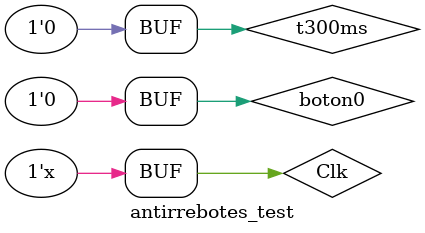
<source format=v>
`timescale 1ns / 1ps


module antirrebotes_test;

	// Inputs
	reg boton0;
	reg Clk;
	reg t300ms;

	// Outputs
	wire actCuenta;
	wire boton;

	// Instantiate the Unit Under Test (UUT)
	Antirrebotes uut (
		.boton0(boton0), 
		.Clk(Clk), 
		.t300ms(t300ms), 
		.actCuenta(actCuenta), 
		.boton(boton)
	);

	initial begin
		// Initialize Inputs
		boton0 = 0;
		Clk = 0;
		t300ms = 0;

		// Wait 100 ns for global reset to finish
		#50;
        
		// Add stimulus here
      #20; boton0 = 1; t300ms = 0;
		#20; boton0 = 1; t300ms = 0;
		#20; boton0 = 1; t300ms = 1;
		#20; boton0 = 1; t300ms = 0;
		#20; boton0 = 0; t300ms = 0;
	end
  
always
begin
#10 Clk <=~Clk;
end   
endmodule


</source>
